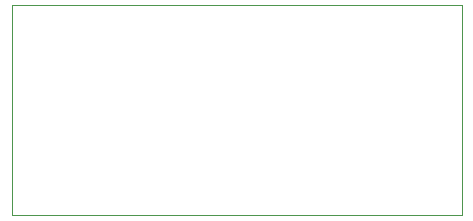
<source format=gbr>
G04 #@! TF.GenerationSoftware,KiCad,Pcbnew,5.1.5-52549c5~86~ubuntu18.04.1*
G04 #@! TF.CreationDate,2020-09-06T14:20:36-05:00*
G04 #@! TF.ProjectId,B02,4230322e-6b69-4636-9164-5f7063625858,rev?*
G04 #@! TF.SameCoordinates,Original*
G04 #@! TF.FileFunction,Profile,NP*
%FSLAX46Y46*%
G04 Gerber Fmt 4.6, Leading zero omitted, Abs format (unit mm)*
G04 Created by KiCad (PCBNEW 5.1.5-52549c5~86~ubuntu18.04.1) date 2020-09-06 14:20:36*
%MOMM*%
%LPD*%
G04 APERTURE LIST*
%ADD10C,0.050000*%
G04 APERTURE END LIST*
D10*
X20000000Y-37780000D02*
X58100000Y-37780000D01*
X58100000Y-20000000D02*
X58100000Y-37780000D01*
X20000000Y-20000000D02*
X58100000Y-20000000D01*
X20000000Y-20000000D02*
X20000000Y-37780000D01*
M02*

</source>
